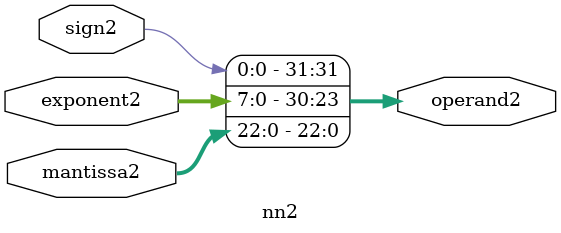
<source format=v>
module nn2(sign2,mantissa2,exponent2,operand2);
    input sign2;
    input [7:0]exponent2;
    input [22:0]mantissa2;
    output reg[31:0]operand2;

    always @(*) begin
      operand2[31]=sign2;
      operand2[30:23]=exponent2;
      operand2[22:0]=mantissa2;
    end

endmodule
</source>
